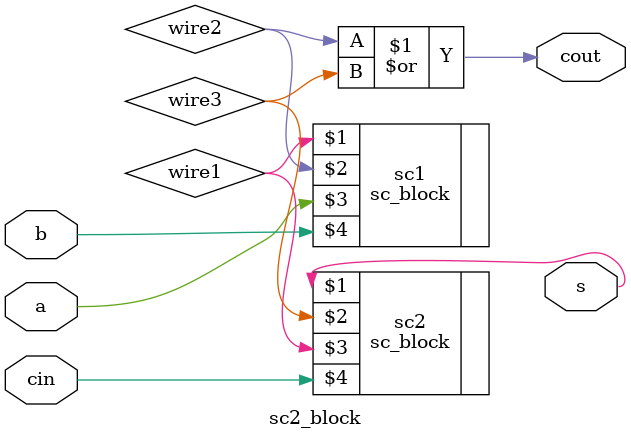
<source format=v>

module sc2_block(s, cout, a, b, cin);

output s,cout;
input a,b,cin;
wire wire1 , wire2, wire3;

sc_block sc1(wire1, wire2, a,b);
sc_block sc2(s, wire3, wire1, cin);

or o1(cout, wire2, wire3);



endmodule // sc2_block

</source>
